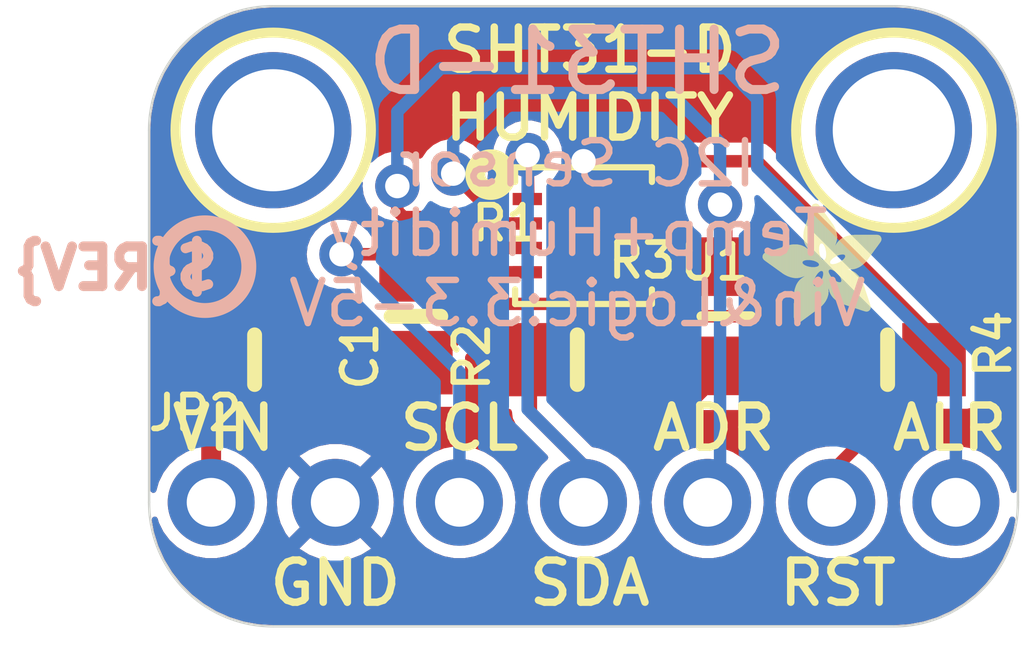
<source format=kicad_pcb>
(kicad_pcb (version 20221018) (generator pcbnew)
  (layers (0 "F.Cu" signal) (31 "B.Cu" signal) (34 "B.Paste" user) (35 "F.Paste" user) (36 "B.SilkS" user "B.Silkscreen") (37 "F.SilkS" user "F.Silkscreen") (38 "B.Mask" user) (39 "F.Mask" user) (44 "Edge.Cuts" user))
  (net 0 "")
  (net 1 "VDD")
  (net 2 "GND")
  (net 3 "SCL")
  (net 4 "SDA")
  (net 5 "ADDR")
  (net 6 "RST")
  (net 7 "ALERT")
  (footprint "working:FIDUCIAL_1MM" (layer "F.Cu") (at 140.7541 103.9876)
    (fp_text reference "FID2" hide)
    (fp_text value "FIDUCIAL\"\"" hide)
    (pad "1" smd roundrect (at 0 0) (size 1 1) (layers "F.Cu" "F.Mask") (roundrect_rratio 0.5))
  )
  (footprint "working:MOUNTINGHOLE_2.5_PLATED" (layer "F.Cu") (at 142.1511 101.1936)
    (fp_text reference "U$1" hide)
    (fp_text value "MOUNTINGHOLE2.5" hide)
    (pad "P$1" thru_hole circle (at 0 0) (size 3.2 3.2) (drill 2.5) (layers "*.Cu" "*.Mask"))
    (zone (net 0) (net_name "") (layer "F.Cu") (connect_pads (clearance 0)) (min_thickness 0.25)
      (keepout (tracks not_allowed) (vias not_allowed) (pads not_allowed) (copperpour not_allowed) (footprints allowed))
      (fill (thermal_gap 0.5) (thermal_bridge_width 0.5))
      (polygon (pts (xy 144.1671 101.1936) (xy 144.14748 100.913027) (xy 144.089004 100.637915) (xy 143.992808 100.373619) (xy 143.860765 100.125283) (xy 143.695446 99.89774) (xy 143.500067 99.69542) (xy 143.278433 99.52226) (xy 143.034856 99.381631) (xy 142.774078 99.27627) (xy 142.501175 99.208228) (xy 142.221457 99.178828) (xy 141.940371 99.188644) (xy 141.663385 99.237484) (xy 141.395893 99.324397) (xy 141.1431 99.447693) (xy 140.909926 99.60497) (xy 140.700911 99.793169) (xy 140.520122 100.008625) (xy 140.371078 100.247145) (xy 140.25668 100.504087) (xy 140.179154 100.77445) (xy 140.140011 101.052971) (xy 140.140011 101.334229) (xy 140.179154 101.61275) (xy 140.25668 101.883113) (xy 140.371078 102.140055) (xy 140.520122 102.378575) (xy 140.700911 102.594031) (xy 140.909926 102.78223) (xy 141.1431 102.939507) (xy 141.395893 103.062803) (xy 141.663385 103.149716) (xy 141.940371 103.198556) (xy 142.221457 103.208372) (xy 142.501175 103.178972) (xy 142.774078 103.11093) (xy 143.034856 103.005569) (xy 143.278433 102.86494) (xy 143.500067 102.69178) (xy 143.695446 102.48946) (xy 143.860765 102.261917) (xy 143.992808 102.013581) (xy 144.089004 101.749285) (xy 144.14748 101.474173)))
      (polygon (pts (xy 142.1351 101.1936) (xy 142.139786 101.204914) (xy 142.1511 101.2096) (xy 142.162414 101.204914) (xy 142.1671 101.1936) (xy 142.162414 101.182286) (xy 142.1511 101.1776) (xy 142.139786 101.182286)))
    )
    (zone (net 0) (net_name "") (layer "B.Cu") (connect_pads (clearance 0)) (min_thickness 0.25)
      (keepout (tracks not_allowed) (vias not_allowed) (pads not_allowed) (copperpour not_allowed) (footprints allowed))
      (fill (thermal_gap 0.5) (thermal_bridge_width 0.5))
      (polygon (pts (xy 144.1671 101.1936) (xy 144.14748 100.913027) (xy 144.089004 100.637915) (xy 143.992808 100.373619) (xy 143.860765 100.125283) (xy 143.695446 99.89774) (xy 143.500067 99.69542) (xy 143.278433 99.52226) (xy 143.034856 99.381631) (xy 142.774078 99.27627) (xy 142.501175 99.208228) (xy 142.221457 99.178828) (xy 141.940371 99.188644) (xy 141.663385 99.237484) (xy 141.395893 99.324397) (xy 141.1431 99.447693) (xy 140.909926 99.60497) (xy 140.700911 99.793169) (xy 140.520122 100.008625) (xy 140.371078 100.247145) (xy 140.25668 100.504087) (xy 140.179154 100.77445) (xy 140.140011 101.052971) (xy 140.140011 101.334229) (xy 140.179154 101.61275) (xy 140.25668 101.883113) (xy 140.371078 102.140055) (xy 140.520122 102.378575) (xy 140.700911 102.594031) (xy 140.909926 102.78223) (xy 141.1431 102.939507) (xy 141.395893 103.062803) (xy 141.663385 103.149716) (xy 141.940371 103.198556) (xy 142.221457 103.208372) (xy 142.501175 103.178972) (xy 142.774078 103.11093) (xy 143.034856 103.005569) (xy 143.278433 102.86494) (xy 143.500067 102.69178) (xy 143.695446 102.48946) (xy 143.860765 102.261917) (xy 143.992808 102.013581) (xy 144.089004 101.749285) (xy 144.14748 101.474173)))
      (polygon (pts (xy 142.1351 101.1936) (xy 142.139786 101.204914) (xy 142.1511 101.2096) (xy 142.162414 101.204914) (xy 142.1671 101.1936) (xy 142.162414 101.182286) (xy 142.1511 101.1776) (xy 142.139786 101.182286)))
    )
  )
  (footprint "working:1X07_ROUND_70" (layer "F.Cu") (at 148.5011 108.8136)
    (fp_text reference "JP2" (at -8.9662 -1.8288) (layer "F.SilkS") (effects (font (size 0.692831 0.692831) (thickness 0.119969)) (justify left)))
    (fp_text value "")
    (pad "1" thru_hole circle (at -7.62 0 90) (size 1.778 1.778) (drill 1) (layers "*.Cu" "*.Mask") (net 1 "VDD"))
    (pad "2" thru_hole circle (at -5.08 0 90) (size 1.778 1.778) (drill 1) (layers "*.Cu" "*.Mask") (net 2 "GND"))
    (pad "3" thru_hole circle (at -2.54 0 90) (size 1.778 1.778) (drill 1) (layers "*.Cu" "*.Mask") (net 3 "SCL"))
    (pad "4" thru_hole circle (at 0 0 90) (size 1.778 1.778) (drill 1) (layers "*.Cu" "*.Mask") (net 4 "SDA"))
    (pad "5" thru_hole circle (at 2.54 0 90) (size 1.778 1.778) (drill 1) (layers "*.Cu" "*.Mask") (net 5 "ADDR"))
    (pad "6" thru_hole circle (at 5.08 0 90) (size 1.778 1.778) (drill 1) (layers "*.Cu" "*.Mask") (net 6 "RST"))
    (pad "7" thru_hole circle (at 7.62 0 90) (size 1.778 1.778) (drill 1) (layers "*.Cu" "*.Mask") (net 7 "ALERT"))
  )
  (footprint "working:FIDUCIAL_1MM" (layer "F.Cu") (at 156.3751 103.9876)
    (fp_text reference "FID3" hide)
    (fp_text value "FIDUCIAL\"\"" hide)
    (pad "1" smd roundrect (at 0 0) (size 1 1) (layers "F.Cu" "F.Mask") (roundrect_rratio 0.5))
  )
  (footprint "working:0805-NO" (layer "F.Cu") (at 141.7701 105.8926)
    (fp_text reference "C1" (at 2.159 -0.8255 90) (layer "F.SilkS") (effects (font (size 0.692831 0.692831) (thickness 0.119969)) (justify right)))
    (fp_text value "10uF")
    (pad "1" smd rect (at -0.95 0) (size 1.3 1.5) (layers "F.Cu" "F.Paste" "F.Mask") (net 1 "VDD"))
    (pad "2" smd rect (at 0.95 0) (size 1.3 1.5) (layers "F.Cu" "F.Paste" "F.Mask") (net 2 "GND"))
  )
  (footprint "working:0805-NO" (layer "F.Cu") (at 145.0721 105.0036 -90)
    (fp_text reference "R1" (at -1.905 -1.0795) (layer "F.SilkS") (effects (font (size 0.692831 0.692831) (thickness 0.119969)) (justify left)))
    (fp_text value "10K")
    (pad "1" smd rect (at -0.95 0 270) (size 1.3 1.5) (layers "F.Cu" "F.Paste" "F.Mask") (net 3 "SCL"))
    (pad "2" smd rect (at 0.95 0 270) (size 1.3 1.5) (layers "F.Cu" "F.Paste" "F.Mask") (net 1 "VDD"))
  )
  (footprint "working:MOUNTINGHOLE_2.5_PLATED" (layer "F.Cu") (at 154.8511 101.1936)
    (fp_text reference "U$2" hide)
    (fp_text value "MOUNTINGHOLE2.5" hide)
    (pad "P$1" thru_hole circle (at 0 0) (size 3.2 3.2) (drill 2.5) (layers "*.Cu" "*.Mask"))
    (zone (net 0) (net_name "") (layer "F.Cu") (connect_pads (clearance 0)) (min_thickness 0.25)
      (keepout (tracks not_allowed) (vias not_allowed) (pads not_allowed) (copperpour not_allowed) (footprints allowed))
      (fill (thermal_gap 0.5) (thermal_bridge_width 0.5))
      (polygon (pts (xy 156.8671 101.1936) (xy 156.84748 100.913027) (xy 156.789004 100.637915) (xy 156.692808 100.373619) (xy 156.560765 100.125283) (xy 156.395446 99.89774) (xy 156.200067 99.69542) (xy 155.978433 99.52226) (xy 155.734856 99.381631) (xy 155.474078 99.27627) (xy 155.201175 99.208228) (xy 154.921457 99.178828) (xy 154.640371 99.188644) (xy 154.363385 99.237484) (xy 154.095893 99.324397) (xy 153.8431 99.447693) (xy 153.609926 99.60497) (xy 153.400911 99.793169) (xy 153.220122 100.008625) (xy 153.071078 100.247145) (xy 152.95668 100.504087) (xy 152.879154 100.77445) (xy 152.840011 101.052971) (xy 152.840011 101.334229) (xy 152.879154 101.61275) (xy 152.95668 101.883113) (xy 153.071078 102.140055) (xy 153.220122 102.378575) (xy 153.400911 102.594031) (xy 153.609926 102.78223) (xy 153.8431 102.939507) (xy 154.095893 103.062803) (xy 154.363385 103.149716) (xy 154.640371 103.198556) (xy 154.921457 103.208372) (xy 155.201175 103.178972) (xy 155.474078 103.11093) (xy 155.734856 103.005569) (xy 155.978433 102.86494) (xy 156.200067 102.69178) (xy 156.395446 102.48946) (xy 156.560765 102.261917) (xy 156.692808 102.013581) (xy 156.789004 101.749285) (xy 156.84748 101.474173)))
      (polygon (pts (xy 154.8351 101.1936) (xy 154.839786 101.204914) (xy 154.8511 101.2096) (xy 154.862414 101.204914) (xy 154.8671 101.1936) (xy 154.862414 101.182286) (xy 154.8511 101.1776) (xy 154.839786 101.182286)))
    )
    (zone (net 0) (net_name "") (layer "B.Cu") (connect_pads (clearance 0)) (min_thickness 0.25)
      (keepout (tracks not_allowed) (vias not_allowed) (pads not_allowed) (copperpour not_allowed) (footprints allowed))
      (fill (thermal_gap 0.5) (thermal_bridge_width 0.5))
      (polygon (pts (xy 156.8671 101.1936) (xy 156.84748 100.913027) (xy 156.789004 100.637915) (xy 156.692808 100.373619) (xy 156.560765 100.125283) (xy 156.395446 99.89774) (xy 156.200067 99.69542) (xy 155.978433 99.52226) (xy 155.734856 99.381631) (xy 155.474078 99.27627) (xy 155.201175 99.208228) (xy 154.921457 99.178828) (xy 154.640371 99.188644) (xy 154.363385 99.237484) (xy 154.095893 99.324397) (xy 153.8431 99.447693) (xy 153.609926 99.60497) (xy 153.400911 99.793169) (xy 153.220122 100.008625) (xy 153.071078 100.247145) (xy 152.95668 100.504087) (xy 152.879154 100.77445) (xy 152.840011 101.052971) (xy 152.840011 101.334229) (xy 152.879154 101.61275) (xy 152.95668 101.883113) (xy 153.071078 102.140055) (xy 153.220122 102.378575) (xy 153.400911 102.594031) (xy 153.609926 102.78223) (xy 153.8431 102.939507) (xy 154.095893 103.062803) (xy 154.363385 103.149716) (xy 154.640371 103.198556) (xy 154.921457 103.208372) (xy 155.201175 103.178972) (xy 155.474078 103.11093) (xy 155.734856 103.005569) (xy 155.978433 102.86494) (xy 156.200067 102.69178) (xy 156.395446 102.48946) (xy 156.560765 102.261917) (xy 156.692808 102.013581) (xy 156.789004 101.749285) (xy 156.84748 101.474173)))
      (polygon (pts (xy 154.8351 101.1936) (xy 154.839786 101.204914) (xy 154.8511 101.2096) (xy 154.862414 101.204914) (xy 154.8671 101.1936) (xy 154.862414 101.182286) (xy 154.8511 101.1776) (xy 154.839786 101.182286)))
    )
  )
  (footprint "working:0805-NO" (layer "F.Cu") (at 154.7241 105.8926)
    (fp_text reference "R4" (at 2.159 -1.0795 90) (layer "F.SilkS") (effects (font (size 0.692831 0.692831) (thickness 0.119969)) (justify right)))
    (fp_text value "10K")
    (pad "1" smd rect (at -0.95 0) (size 1.3 1.5) (layers "F.Cu" "F.Paste" "F.Mask") (net 1 "VDD"))
    (pad "2" smd rect (at 0.95 0) (size 1.3 1.5) (layers "F.Cu" "F.Paste" "F.Mask") (net 6 "RST"))
  )
  (footprint "working:_0805MP" (layer "F.Cu") (at 151.4221 105.0036 -90)
    (fp_text reference "R3" (at -1.143 2.4765) (layer "F.SilkS") (effects (font (size 0.692831 0.692831) (thickness 0.119969)) (justify left)))
    (fp_text value "10K")
    (pad "1" smd rect (at -1.016 0 270) (size 1.2 1.3) (layers "F.Cu" "F.Paste" "F.Mask") (net 5 "ADDR"))
    (pad "2" smd rect (at 1.016 0 270) (size 1.2 1.3) (layers "F.Cu" "F.Paste" "F.Mask") (net 2 "GND"))
  )
  (footprint "working:SHT3X" (layer "F.Cu") (at 148.5011 103.3526)
    (fp_text reference "U1" (at 1.91 0.549) (layer "F.SilkS") (effects (font (size 0.692831 0.692831) (thickness 0.119969)) (justify left)))
    (fp_text value "SHT31-DIS")
    (pad "1" smd rect (at -1.15 -0.75 90) (size 0.25 0.6) (layers "F.Cu" "F.Paste" "F.Mask") (net 4 "SDA"))
    (pad "2" smd rect (at -1.15 -0.25 90) (size 0.25 0.6) (layers "F.Cu" "F.Paste" "F.Mask") (net 5 "ADDR"))
    (pad "3" smd rect (at -1.15 0.25 90) (size 0.25 0.6) (layers "F.Cu" "F.Paste" "F.Mask") (net 7 "ALERT"))
    (pad "4" smd rect (at -1.15 0.75 90) (size 0.25 0.6) (layers "F.Cu" "F.Paste" "F.Mask") (net 3 "SCL"))
    (pad "5" smd rect (at 1.15 0.75 270) (size 0.25 0.6) (layers "F.Cu" "F.Paste" "F.Mask") (net 1 "VDD"))
    (pad "6" smd rect (at 1.15 0.25 270) (size 0.25 0.6) (layers "F.Cu" "F.Paste" "F.Mask") (net 6 "RST"))
    (pad "7" smd rect (at 1.15 -0.25 270) (size 0.25 0.6) (layers "F.Cu" "F.Paste" "F.Mask") (net 2 "GND"))
    (pad "8" smd rect (at 1.15 -0.75 270) (size 0.25 0.6) (layers "F.Cu" "F.Paste" "F.Mask") (net 2 "GND"))
    (pad "THERMAL" smd rect (at 0 0) (size 1 1.7) (layers "F.Cu" "F.Paste" "F.Mask") (net 2 "GND"))
  )
  (footprint "working:0805-NO" (layer "F.Cu") (at 148.3741 105.8926)
    (fp_text reference "R2" (at -2.159 0.6985 90) (layer "F.SilkS") (effects (font (size 0.692831 0.692831) (thickness 0.119969)) (justify left)))
    (fp_text value "10K")
    (pad "1" smd rect (at -0.95 0) (size 1.3 1.5) (layers "F.Cu" "F.Paste" "F.Mask") (net 4 "SDA"))
    (pad "2" smd rect (at 0.95 0) (size 1.3 1.5) (layers "F.Cu" "F.Paste" "F.Mask") (net 1 "VDD"))
  )
  (footprint "working:ADAFRUIT_2.5MM" (layer "F.Cu") (at 154.5971 105.1306 90)
    (fp_text reference "U$13" hide)
    (fp_text value "" hide)
  )
  (footprint "working:PCBFEAT-REV-040" (layer "B.Cu") (at 140.7541 103.9876 180)
    (fp_text reference "U$11" hide)
    (fp_text value "" hide)
    (fp_text user "${REV}" (at -0.3556 -0.508) (layer "B.SilkS") (effects (font (size 0.8128 0.8128) (thickness 0.2032)) (justify left bottom mirror)))
  )
  (gr_line (start 142.1511 98.6536) (end 154.8511 98.6536) (stroke (width 0.05)) (layer "Edge.Cuts"))
  (gr_arc (start 139.6111 101.1936) (mid 140.355049 99.397549) (end 142.1511 98.6536) (stroke (width 0.05)) (layer "Edge.Cuts"))
  (gr_line (start 154.8511 111.3536) (end 142.1511 111.3536) (stroke (width 0.05)) (layer "Edge.Cuts"))
  (gr_arc (start 154.8511 98.6536) (mid 156.647151 99.397549) (end 157.3911 101.1936) (stroke (width 0.05)) (layer "Edge.Cuts"))
  (gr_arc (start 142.1511 111.3536) (mid 140.355049 110.609651) (end 139.6111 108.8136) (stroke (width 0.05)) (layer "Edge.Cuts"))
  (gr_line (start 157.3911 101.1936) (end 157.3911 108.8136) (stroke (width 0.05)) (layer "Edge.Cuts"))
  (gr_arc (start 157.3911 108.8136) (mid 156.647151 110.609651) (end 154.8511 111.3536) (stroke (width 0.05)) (layer "Edge.Cuts"))
  (gr_line (start 139.6111 108.8136) (end 139.6111 101.1936) (stroke (width 0.05)) (layer "Edge.Cuts"))
  (gr_text "I2C Sensor\nTemp+Humidity" (at 148.3741 102.5906) (layer "B.SilkS") (effects (font (size 0.88392 0.88392) (thickness 0.13208)) (justify mirror)))
  (gr_text "Vin&Logic:3.3-5V" (at 148.3741 105.2576) (layer "B.SilkS") (effects (font (size 0.88392 0.88392) (thickness 0.13208)) (justify bottom mirror)))
  (gr_text "SHT31-D" (at 148.3741 99.7966) (layer "B.SilkS") (effects (font (size 1.237488 1.237488) (thickness 0.184912)) (justify mirror)))
  (gr_text "GND" (at 143.4211 110.9726) (layer "F.SilkS") (effects (font (size 0.8636 0.8636) (thickness 0.1524)) (justify bottom)))
  (gr_text "VIN" (at 141.1351 107.7976) (layer "F.SilkS") (effects (font (size 0.8636 0.8636) (thickness 0.1524)) (justify bottom)))
  (gr_text "SDA" (at 148.6281 110.9726) (layer "F.SilkS") (effects (font (size 0.8636 0.8636) (thickness 0.1524)) (justify bottom)))
  (gr_text "RST" (at 153.7081 110.9726) (layer "F.SilkS") (effects (font (size 0.8636 0.8636) (thickness 0.1524)) (justify bottom)))
  (gr_text "ADR" (at 151.1681 107.7976) (layer "F.SilkS") (effects (font (size 0.8636 0.8636) (thickness 0.1524)) (justify bottom)))
  (gr_text "SCL" (at 145.9611 107.7976) (layer "F.SilkS") (effects (font (size 0.8636 0.8636) (thickness 0.1524)) (justify bottom)))
  (gr_text "SHT31-D\nHUMIDITY" (at 148.6281 101.4476) (layer "F.SilkS") (effects (font (size 0.8636 0.8636) (thickness 0.1524)) (justify bottom)))
  (gr_text "ALR" (at 155.9941 107.7976) (layer "F.SilkS") (effects (font (size 0.8636 0.8636) (thickness 0.1524)) (justify bottom)))
  (segment (start 145.0721 105.9536) (end 145.2651 106.0806) (width 0.254) (layer "F.Cu") (net 1))
  (segment (start 140.8811 108.8136) (end 140.8811 106.0806) (width 0.4064) (layer "F.Cu") (net 1))
  (segment (start 141.8971 104.6226) (end 141.1351 105.3846) (width 0.254) (layer "F.Cu") (net 1))
  (segment (start 143.5481 104.6226) (end 145.0061 106.0806) (width 0.254) (layer "F.Cu") (net 1))
  (segment (start 149.2631 104.7496) (end 149.3901 105.0036) (width 0.254) (layer "F.Cu") (net 1))
  (segment (start 149.3241 104.8766) (end 149.3241 105.8926) (width 0.254) (layer "F.Cu") (net 1))
  (segment (start 149.3901 105.0036) (end 152.3111 105.0036) (width 0.254) (layer "F.Cu") (net 1))
  (segment (start 143.5481 104.6226) (end 141.8971 104.6226) (width 0.254) (layer "F.Cu") (net 1))
  (segment (start 141.1351 105.7046) (end 140.8201 105.8926) (width 0.254) (layer "F.Cu") (net 1))
  (segment (start 149.6511 104.1026) (end 149.3241 104.4296) (width 0.254) (layer "F.Cu") (net 1))
  (segment (start 145.2651 106.0806) (end 146.5961 104.7496) (width 0.254) (layer "F.Cu") (net 1))
  (segment (start 153.3271 106.0196) (end 153.7741 105.8926) (width 0.254) (layer "F.Cu") (net 1))
  (segment (start 146.5961 104.7496) (end 149.2631 104.7496) (width 0.254) (layer "F.Cu") (net 1))
  (segment (start 149.2631 104.7496) (end 149.3241 104.8766) (width 0.254) (layer "F.Cu") (net 1))
  (segment (start 140.8811 106.0806) (end 140.8201 105.8926) (width 0.4064) (layer "F.Cu") (net 1))
  (segment (start 141.1351 105.3846) (end 141.1351 105.7046) (width 0.254) (layer "F.Cu") (net 1))
  (segment (start 152.3111 105.0036) (end 153.3271 106.0196) (width 0.254) (layer "F.Cu") (net 1))
  (segment (start 145.0061 106.0806) (end 145.0721 105.9536) (width 0.254) (layer "F.Cu") (net 1))
  (segment (start 149.3241 104.4296) (end 149.3241 104.8766) (width 0.254) (layer "F.Cu") (net 1))
  (segment (start 149.6511 103.1026) (end 148.7511 103.1026) (width 0.254) (layer "F.Cu") (net 2))
  (segment (start 148.6161 102.6026) (end 148.5011 102.7176) (width 0.254) (layer "F.Cu") (net 2))
  (segment (start 148.7511 103.1026) (end 148.5011 103.3526) (width 0.254) (layer "F.Cu") (net 2))
  (segment (start 149.6511 102.6026) (end 148.6161 102.6026) (width 0.254) (layer "F.Cu") (net 2))
  (segment (start 148.5011 102.7176) (end 148.5011 103.3526) (width 0.254) (layer "F.Cu") (net 2))
  (via (at 148.5011 101.8286) (size 0.9064) (drill 0.5) (layers "F.Cu" "B.Cu") (net 2))
  (segment (start 145.0721 104.0536) (end 144.7521 103.7336) (width 0.254) (layer "F.Cu") (net 3))
  (segment (start 147.3511 104.1026) (end 145.2771 104.1026) (width 0.254) (layer "F.Cu") (net 3))
  (segment (start 144.7521 103.7336) (end 143.5481 103.7336) (width 0.254) (layer "F.Cu") (net 3))
  (segment (start 145.2771 104.1026) (end 145.0721 104.0536) (width 0.254) (layer "F.Cu") (net 3))
  (via (at 143.5481 103.7336) (size 0.9064) (drill 0.5) (layers "F.Cu" "B.Cu") (net 3))
  (segment (start 143.5481 103.7336) (end 145.9611 106.1466) (width 0.254) (layer "B.Cu") (net 3))
  (segment (start 145.9611 106.1466) (end 145.9611 108.8136) (width 0.254) (layer "B.Cu") (net 3))
  (segment (start 147.3511 102.6026) (end 147.3701 102.4756) (width 0.254) (layer "F.Cu") (net 4))
  (segment (start 147.4241 106.9746) (end 148.5011 108.0516) (width 0.254) (layer "F.Cu") (net 4))
  (segment (start 147.3701 102.4756) (end 147.3581 101.7016) (width 0.254) (layer "F.Cu") (net 4))
  (segment (start 148.5011 108.0516) (end 148.5011 108.8136) (width 0.254) (layer "F.Cu") (net 4))
  (segment (start 147.4241 105.8926) (end 147.4241 106.9746) (width 0.254) (layer "F.Cu") (net 4))
  (via (at 147.3581 101.7016) (size 0.9064) (drill 0.5) (layers "F.Cu" "B.Cu") (net 4))
  (segment (start 147.3581 106.9086) (end 148.5011 108.0516) (width 0.254) (layer "B.Cu") (net 4))
  (segment (start 148.5011 108.0516) (end 148.5011 108.8136) (width 0.254) (layer "B.Cu") (net 4))
  (segment (start 147.3581 101.7016) (end 147.3581 106.9086) (width 0.254) (layer "B.Cu") (net 4))
  (segment (start 146.8541 103.1026) (end 145.8341 102.0826) (width 0.254) (layer "F.Cu") (net 5))
  (segment (start 151.4221 102.8446) (end 151.4221 103.9876) (width 0.254) (layer "F.Cu") (net 5))
  (segment (start 147.3511 103.1026) (end 146.8541 103.1026) (width 0.254) (layer "F.Cu") (net 5))
  (segment (start 151.2951 102.7176) (end 151.4221 102.8446) (width 0.254) (layer "F.Cu") (net 5))
  (via (at 145.8341 102.0826) (size 0.9064) (drill 0.5) (layers "F.Cu" "B.Cu") (net 5))
  (via (at 151.2951 102.7176) (size 0.9064) (drill 0.5) (layers "F.Cu" "B.Cu") (net 5))
  (segment (start 145.8341 102.0826) (end 145.8341 101.4476) (width 0.254) (layer "B.Cu") (net 5))
  (segment (start 151.2951 108.8136) (end 151.2951 102.7176) (width 0.254) (layer "B.Cu") (net 5))
  (segment (start 151.2951 101.4476) (end 151.2951 102.7176) (width 0.254) (layer "B.Cu") (net 5))
  (segment (start 146.8501 100.4316) (end 150.2791 100.4316) (width 0.254) (layer "B.Cu") (net 5))
  (segment (start 151.0411 108.8136) (end 151.2951 108.8136) (width 0.254) (layer "B.Cu") (net 5))
  (segment (start 145.8341 101.4476) (end 146.8501 100.4316) (width 0.254) (layer "B.Cu") (net 5))
  (segment (start 150.2791 100.4316) (end 151.2951 101.4476) (width 0.254) (layer "B.Cu") (net 5))
  (segment (start 155.6741 105.8926) (end 155.2931 106.4666) (width 0.254) (layer "F.Cu") (net 6))
  (segment (start 149.6511 103.6026) (end 149.6551 103.6066) (width 0.254) (layer "F.Cu") (net 6))
  (segment (start 155.6741 105.4456) (end 155.6741 105.8926) (width 0.254) (layer "F.Cu") (net 6))
  (segment (start 149.6551 103.6066) (end 150.4061 103.6066) (width 0.254) (layer "F.Cu") (net 6))
  (segment (start 153.5811 108.1786) (end 153.5811 108.8136) (width 0.254) (layer "F.Cu") (net 6))
  (segment (start 152.0571 101.8286) (end 155.6741 105.4456) (width 0.254) (layer "F.Cu") (net 6))
  (segment (start 150.7871 101.8286) (end 152.0571 101.8286) (width 0.254) (layer "F.Cu") (net 6))
  (segment (start 150.4061 103.6066) (end 150.4061 102.2096) (width 0.254) (layer "F.Cu") (net 6))
  (segment (start 150.4061 102.2096) (end 150.7871 101.8286) (width 0.254) (layer "F.Cu") (net 6))
  (segment (start 155.2931 106.4666) (end 153.5811 108.1786) (width 0.254) (layer "F.Cu") (net 6))
  (segment (start 144.6911 102.8446) (end 144.6911 102.3366) (width 0.254) (layer "F.Cu") (net 7))
  (segment (start 145.9611 102.9716) (end 144.8181 102.9716) (width 0.254) (layer "F.Cu") (net 7))
  (segment (start 144.8181 102.9716) (end 144.6911 102.8446) (width 0.254) (layer "F.Cu") (net 7))
  (segment (start 147.3511 103.6026) (end 146.5921 103.6026) (width 0.254) (layer "F.Cu") (net 7))
  (segment (start 146.5921 103.6026) (end 145.9611 102.9716) (width 0.254) (layer "F.Cu") (net 7))
  (via (at 144.6911 102.3366) (size 0.9064) (drill 0.5) (layers "F.Cu" "B.Cu") (net 7))
  (segment (start 144.6911 100.8126) (end 145.5801 99.9236) (width 0.254) (layer "B.Cu") (net 7))
  (segment (start 145.5801 99.9236) (end 151.4221 99.9236) (width 0.254) (layer "B.Cu") (net 7))
  (segment (start 152.0571 100.5586) (end 152.0571 101.9556) (width 0.254) (layer "B.Cu") (net 7))
  (segment (start 152.0571 101.9556) (end 156.1211 106.0196) (width 0.254) (layer "B.Cu") (net 7))
  (segment (start 144.6911 102.3366) (end 144.6911 100.8126) (width 0.254) (layer "B.Cu") (net 7))
  (segment (start 156.1211 106.0196) (end 156.1211 108.8136) (width 0.254) (layer "B.Cu") (net 7))
  (segment (start 151.4221 99.9236) (end 152.0571 100.5586) (width 0.254) (layer "B.Cu") (net 7))
  (zone (net 2) (net_name "GND") (layer "F.Cu") (priority 6) (connect_pads (clearance 0.254)) (min_thickness 0.127) (fill yes (thermal_gap 0.304) (thermal_bridge_width 0.304))
    (polygon (pts (xy 155.172599 98.545815) (xy 155.489411 98.603873) (xy 155.796913 98.699695) (xy 156.090625 98.831884) (xy 156.36626 98.998511) (xy 156.619802 99.197148) (xy 156.847552 99.424898) (xy 157.046189 99.67844) (xy 157.212816 99.954075) (xy 157.345005 100.247787) (xy 157.440827 100.555289) (xy 157.498885 100.872101) (xy 157.5181 101.189763) (xy 157.5181 111.4806) (xy 139.4841 111.4806) (xy 139.4841 101.189763) (xy 139.503315 100.872101) (xy 139.561373 100.555289) (xy 139.657195 100.247787) (xy 139.789384 99.954075) (xy 139.956011 99.67844) (xy 140.154648 99.424898) (xy 140.382398 99.197148) (xy 140.63594 98.998511) (xy 140.911575 98.831884) (xy 141.205287 98.699695) (xy 141.512789 98.603873) (xy 141.829601 98.545815) (xy 142.147263 98.5266) (xy 154.854937 98.5266)))
  )
  (zone (net 2) (net_name "GND") (layer "B.Cu") (priority 6) (connect_pads (clearance 0.254)) (min_thickness 0.127) (fill yes (thermal_gap 0.304) (thermal_bridge_width 0.304))
    (polygon (pts (xy 155.172599 98.545815) (xy 155.489411 98.603873) (xy 155.796913 98.699695) (xy 156.090625 98.831884) (xy 156.36626 98.998511) (xy 156.619802 99.197148) (xy 156.847552 99.424898) (xy 157.046189 99.67844) (xy 157.212816 99.954075) (xy 157.345005 100.247787) (xy 157.440827 100.555289) (xy 157.498885 100.872101) (xy 157.5181 101.189763) (xy 157.5181 111.4806) (xy 139.4841 111.4806) (xy 139.4841 101.189763) (xy 139.503315 100.872101) (xy 139.561373 100.555289) (xy 139.657195 100.247787) (xy 139.789384 99.954075) (xy 139.956011 99.67844) (xy 140.154648 99.424898) (xy 140.382398 99.197148) (xy 140.63594 98.998511) (xy 140.911575 98.831884) (xy 141.205287 98.699695) (xy 141.512789 98.603873) (xy 141.829601 98.545815) (xy 142.147263 98.5266) (xy 154.854937 98.5266)))
  )
)
</source>
